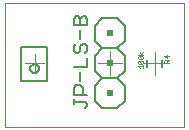
<source format=gto>
G75*
%MOIN*%
%OFA0B0*%
%FSLAX24Y24*%
%IPPOS*%
%LPD*%
%AMOC8*
5,1,8,0,0,1.08239X$1,22.5*
%
%ADD10C,0.0000*%
%ADD11C,0.0050*%
%ADD12C,0.0060*%
%ADD13R,0.0200X0.0200*%
%ADD14C,0.0010*%
D10*
X000100Y000100D02*
X000100Y004221D01*
X006095Y004221D01*
X006095Y000100D01*
X000100Y000100D01*
X001100Y001913D02*
X001100Y002537D01*
X000788Y002225D02*
X001412Y002225D01*
X003200Y002225D02*
X004000Y002225D01*
X003600Y001825D02*
X003600Y002625D01*
X004716Y002225D02*
X005484Y002225D01*
X005100Y001841D02*
X005100Y002609D01*
D11*
X002855Y002637D02*
X002780Y002562D01*
X002855Y002637D02*
X002855Y002787D01*
X002780Y002862D01*
X002705Y002862D01*
X002630Y002787D01*
X002630Y002637D01*
X002555Y002562D01*
X002480Y002562D01*
X002405Y002637D01*
X002405Y002787D01*
X002480Y002862D01*
X002630Y003022D02*
X002630Y003322D01*
X002630Y003482D02*
X002630Y003708D01*
X002705Y003783D01*
X002780Y003783D01*
X002855Y003708D01*
X002855Y003482D01*
X002405Y003482D01*
X002405Y003708D01*
X002480Y003783D01*
X002555Y003783D01*
X002630Y003708D01*
X001533Y002756D02*
X001533Y001634D01*
X000647Y001634D01*
X000647Y002756D01*
X001533Y002756D01*
X002405Y002101D02*
X002855Y002101D01*
X002855Y002401D01*
X002630Y001941D02*
X002630Y001641D01*
X002630Y001481D02*
X002480Y001481D01*
X002405Y001406D01*
X002405Y001180D01*
X002855Y001180D01*
X002705Y001180D02*
X002705Y001406D01*
X002630Y001481D01*
X002405Y001020D02*
X002405Y000870D01*
X002405Y000945D02*
X002780Y000945D01*
X002855Y000870D01*
X002855Y000795D01*
X002780Y000720D01*
X000958Y002048D02*
X000960Y002071D01*
X000966Y002094D01*
X000975Y002116D01*
X000988Y002135D01*
X001004Y002152D01*
X001022Y002167D01*
X001043Y002178D01*
X001065Y002186D01*
X001088Y002190D01*
X001112Y002190D01*
X001135Y002186D01*
X001157Y002178D01*
X001178Y002167D01*
X001196Y002152D01*
X001212Y002135D01*
X001225Y002116D01*
X001234Y002094D01*
X001240Y002071D01*
X001242Y002048D01*
X001240Y002025D01*
X001234Y002002D01*
X001225Y001980D01*
X001212Y001961D01*
X001196Y001944D01*
X001178Y001929D01*
X001157Y001918D01*
X001135Y001910D01*
X001112Y001906D01*
X001088Y001906D01*
X001065Y001910D01*
X001043Y001918D01*
X001022Y001929D01*
X001004Y001944D01*
X000988Y001961D01*
X000975Y001980D01*
X000966Y002002D01*
X000960Y002025D01*
X000958Y002048D01*
D12*
X003100Y001975D02*
X003100Y002475D01*
X003350Y002725D01*
X003100Y002975D01*
X003100Y003475D01*
X003350Y003725D01*
X003850Y003725D01*
X004100Y003475D01*
X004100Y002975D01*
X003850Y002725D01*
X004100Y002475D01*
X004100Y001975D01*
X003850Y001725D01*
X004100Y001475D01*
X004100Y000975D01*
X003850Y000725D01*
X003350Y000725D01*
X003100Y000975D01*
X003100Y001475D01*
X003350Y001725D01*
X003100Y001975D01*
X003350Y001725D02*
X003850Y001725D01*
X004864Y002107D02*
X004864Y002343D01*
X005336Y002343D02*
X005336Y002107D01*
X003850Y002725D02*
X003350Y002725D01*
D13*
X003600Y003225D03*
X003600Y002225D03*
X003600Y001225D03*
D14*
X004555Y002115D02*
X004605Y002065D01*
X004555Y002115D02*
X004705Y002115D01*
X004705Y002065D02*
X004705Y002165D01*
X004680Y002213D02*
X004580Y002313D01*
X004680Y002313D01*
X004705Y002288D01*
X004705Y002238D01*
X004680Y002213D01*
X004580Y002213D01*
X004555Y002238D01*
X004555Y002288D01*
X004580Y002313D01*
X004580Y002360D02*
X004555Y002385D01*
X004555Y002435D01*
X004580Y002460D01*
X004680Y002360D01*
X004705Y002385D01*
X004705Y002435D01*
X004680Y002460D01*
X004580Y002460D01*
X004555Y002507D02*
X004705Y002507D01*
X004655Y002507D02*
X004605Y002582D01*
X004655Y002507D02*
X004705Y002582D01*
X004680Y002360D02*
X004580Y002360D01*
X005430Y002310D02*
X005430Y002235D01*
X005580Y002235D01*
X005530Y002235D02*
X005530Y002310D01*
X005505Y002335D01*
X005455Y002335D01*
X005430Y002310D01*
X005530Y002285D02*
X005580Y002335D01*
X005505Y002383D02*
X005505Y002483D01*
X005580Y002458D02*
X005430Y002458D01*
X005505Y002383D01*
M02*

</source>
